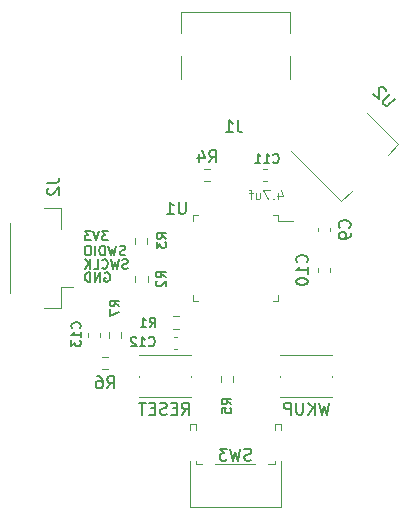
<source format=gbr>
%TF.GenerationSoftware,KiCad,Pcbnew,7.0.7*%
%TF.CreationDate,2023-10-08T00:42:53+08:00*%
%TF.ProjectId,RM_47mm,524d5f34-376d-46d2-9e6b-696361645f70,rev?*%
%TF.SameCoordinates,Original*%
%TF.FileFunction,Legend,Bot*%
%TF.FilePolarity,Positive*%
%FSLAX46Y46*%
G04 Gerber Fmt 4.6, Leading zero omitted, Abs format (unit mm)*
G04 Created by KiCad (PCBNEW 7.0.7) date 2023-10-08 00:42:53*
%MOMM*%
%LPD*%
G01*
G04 APERTURE LIST*
%ADD10C,0.150000*%
%ADD11C,0.140000*%
%ADD12C,0.100000*%
%ADD13C,0.120000*%
G04 APERTURE END LIST*
D10*
X138927255Y-101257390D02*
X139003445Y-101219295D01*
X139003445Y-101219295D02*
X139117731Y-101219295D01*
X139117731Y-101219295D02*
X139232017Y-101257390D01*
X139232017Y-101257390D02*
X139308207Y-101333580D01*
X139308207Y-101333580D02*
X139346302Y-101409771D01*
X139346302Y-101409771D02*
X139384398Y-101562152D01*
X139384398Y-101562152D02*
X139384398Y-101676438D01*
X139384398Y-101676438D02*
X139346302Y-101828819D01*
X139346302Y-101828819D02*
X139308207Y-101905009D01*
X139308207Y-101905009D02*
X139232017Y-101981200D01*
X139232017Y-101981200D02*
X139117731Y-102019295D01*
X139117731Y-102019295D02*
X139041540Y-102019295D01*
X139041540Y-102019295D02*
X138927255Y-101981200D01*
X138927255Y-101981200D02*
X138889159Y-101943104D01*
X138889159Y-101943104D02*
X138889159Y-101676438D01*
X138889159Y-101676438D02*
X139041540Y-101676438D01*
X138546302Y-102019295D02*
X138546302Y-101219295D01*
X138546302Y-101219295D02*
X138089159Y-102019295D01*
X138089159Y-102019295D02*
X138089159Y-101219295D01*
X137708207Y-102019295D02*
X137708207Y-101219295D01*
X137708207Y-101219295D02*
X137517731Y-101219295D01*
X137517731Y-101219295D02*
X137403445Y-101257390D01*
X137403445Y-101257390D02*
X137327255Y-101333580D01*
X137327255Y-101333580D02*
X137289160Y-101409771D01*
X137289160Y-101409771D02*
X137251064Y-101562152D01*
X137251064Y-101562152D02*
X137251064Y-101676438D01*
X137251064Y-101676438D02*
X137289160Y-101828819D01*
X137289160Y-101828819D02*
X137327255Y-101905009D01*
X137327255Y-101905009D02*
X137403445Y-101981200D01*
X137403445Y-101981200D02*
X137517731Y-102019295D01*
X137517731Y-102019295D02*
X137708207Y-102019295D01*
X139193922Y-97719295D02*
X138698684Y-97719295D01*
X138698684Y-97719295D02*
X138965350Y-98024057D01*
X138965350Y-98024057D02*
X138851065Y-98024057D01*
X138851065Y-98024057D02*
X138774874Y-98062152D01*
X138774874Y-98062152D02*
X138736779Y-98100247D01*
X138736779Y-98100247D02*
X138698684Y-98176438D01*
X138698684Y-98176438D02*
X138698684Y-98366914D01*
X138698684Y-98366914D02*
X138736779Y-98443104D01*
X138736779Y-98443104D02*
X138774874Y-98481200D01*
X138774874Y-98481200D02*
X138851065Y-98519295D01*
X138851065Y-98519295D02*
X139079636Y-98519295D01*
X139079636Y-98519295D02*
X139155827Y-98481200D01*
X139155827Y-98481200D02*
X139193922Y-98443104D01*
X138470112Y-97719295D02*
X138203445Y-98519295D01*
X138203445Y-98519295D02*
X137936779Y-97719295D01*
X137746303Y-97719295D02*
X137251065Y-97719295D01*
X137251065Y-97719295D02*
X137517731Y-98024057D01*
X137517731Y-98024057D02*
X137403446Y-98024057D01*
X137403446Y-98024057D02*
X137327255Y-98062152D01*
X137327255Y-98062152D02*
X137289160Y-98100247D01*
X137289160Y-98100247D02*
X137251065Y-98176438D01*
X137251065Y-98176438D02*
X137251065Y-98366914D01*
X137251065Y-98366914D02*
X137289160Y-98443104D01*
X137289160Y-98443104D02*
X137327255Y-98481200D01*
X137327255Y-98481200D02*
X137403446Y-98519295D01*
X137403446Y-98519295D02*
X137632017Y-98519295D01*
X137632017Y-98519295D02*
X137708208Y-98481200D01*
X137708208Y-98481200D02*
X137746303Y-98443104D01*
X140870113Y-100856200D02*
X140755827Y-100894295D01*
X140755827Y-100894295D02*
X140565351Y-100894295D01*
X140565351Y-100894295D02*
X140489160Y-100856200D01*
X140489160Y-100856200D02*
X140451065Y-100818104D01*
X140451065Y-100818104D02*
X140412970Y-100741914D01*
X140412970Y-100741914D02*
X140412970Y-100665723D01*
X140412970Y-100665723D02*
X140451065Y-100589533D01*
X140451065Y-100589533D02*
X140489160Y-100551438D01*
X140489160Y-100551438D02*
X140565351Y-100513342D01*
X140565351Y-100513342D02*
X140717732Y-100475247D01*
X140717732Y-100475247D02*
X140793922Y-100437152D01*
X140793922Y-100437152D02*
X140832017Y-100399057D01*
X140832017Y-100399057D02*
X140870113Y-100322866D01*
X140870113Y-100322866D02*
X140870113Y-100246676D01*
X140870113Y-100246676D02*
X140832017Y-100170485D01*
X140832017Y-100170485D02*
X140793922Y-100132390D01*
X140793922Y-100132390D02*
X140717732Y-100094295D01*
X140717732Y-100094295D02*
X140527255Y-100094295D01*
X140527255Y-100094295D02*
X140412970Y-100132390D01*
X140146303Y-100094295D02*
X139955827Y-100894295D01*
X139955827Y-100894295D02*
X139803446Y-100322866D01*
X139803446Y-100322866D02*
X139651065Y-100894295D01*
X139651065Y-100894295D02*
X139460589Y-100094295D01*
X138698683Y-100818104D02*
X138736779Y-100856200D01*
X138736779Y-100856200D02*
X138851064Y-100894295D01*
X138851064Y-100894295D02*
X138927255Y-100894295D01*
X138927255Y-100894295D02*
X139041541Y-100856200D01*
X139041541Y-100856200D02*
X139117731Y-100780009D01*
X139117731Y-100780009D02*
X139155826Y-100703819D01*
X139155826Y-100703819D02*
X139193922Y-100551438D01*
X139193922Y-100551438D02*
X139193922Y-100437152D01*
X139193922Y-100437152D02*
X139155826Y-100284771D01*
X139155826Y-100284771D02*
X139117731Y-100208580D01*
X139117731Y-100208580D02*
X139041541Y-100132390D01*
X139041541Y-100132390D02*
X138927255Y-100094295D01*
X138927255Y-100094295D02*
X138851064Y-100094295D01*
X138851064Y-100094295D02*
X138736779Y-100132390D01*
X138736779Y-100132390D02*
X138698683Y-100170485D01*
X137974874Y-100894295D02*
X138355826Y-100894295D01*
X138355826Y-100894295D02*
X138355826Y-100094295D01*
X137708207Y-100894295D02*
X137708207Y-100094295D01*
X137251064Y-100894295D02*
X137593922Y-100437152D01*
X137251064Y-100094295D02*
X137708207Y-100551438D01*
X140641541Y-99731200D02*
X140527255Y-99769295D01*
X140527255Y-99769295D02*
X140336779Y-99769295D01*
X140336779Y-99769295D02*
X140260588Y-99731200D01*
X140260588Y-99731200D02*
X140222493Y-99693104D01*
X140222493Y-99693104D02*
X140184398Y-99616914D01*
X140184398Y-99616914D02*
X140184398Y-99540723D01*
X140184398Y-99540723D02*
X140222493Y-99464533D01*
X140222493Y-99464533D02*
X140260588Y-99426438D01*
X140260588Y-99426438D02*
X140336779Y-99388342D01*
X140336779Y-99388342D02*
X140489160Y-99350247D01*
X140489160Y-99350247D02*
X140565350Y-99312152D01*
X140565350Y-99312152D02*
X140603445Y-99274057D01*
X140603445Y-99274057D02*
X140641541Y-99197866D01*
X140641541Y-99197866D02*
X140641541Y-99121676D01*
X140641541Y-99121676D02*
X140603445Y-99045485D01*
X140603445Y-99045485D02*
X140565350Y-99007390D01*
X140565350Y-99007390D02*
X140489160Y-98969295D01*
X140489160Y-98969295D02*
X140298683Y-98969295D01*
X140298683Y-98969295D02*
X140184398Y-99007390D01*
X139917731Y-98969295D02*
X139727255Y-99769295D01*
X139727255Y-99769295D02*
X139574874Y-99197866D01*
X139574874Y-99197866D02*
X139422493Y-99769295D01*
X139422493Y-99769295D02*
X139232017Y-98969295D01*
X138927254Y-99769295D02*
X138927254Y-98969295D01*
X138927254Y-98969295D02*
X138736778Y-98969295D01*
X138736778Y-98969295D02*
X138622492Y-99007390D01*
X138622492Y-99007390D02*
X138546302Y-99083580D01*
X138546302Y-99083580D02*
X138508207Y-99159771D01*
X138508207Y-99159771D02*
X138470111Y-99312152D01*
X138470111Y-99312152D02*
X138470111Y-99426438D01*
X138470111Y-99426438D02*
X138508207Y-99578819D01*
X138508207Y-99578819D02*
X138546302Y-99655009D01*
X138546302Y-99655009D02*
X138622492Y-99731200D01*
X138622492Y-99731200D02*
X138736778Y-99769295D01*
X138736778Y-99769295D02*
X138927254Y-99769295D01*
X138127254Y-99769295D02*
X138127254Y-98969295D01*
X137593921Y-98969295D02*
X137441540Y-98969295D01*
X137441540Y-98969295D02*
X137365350Y-99007390D01*
X137365350Y-99007390D02*
X137289159Y-99083580D01*
X137289159Y-99083580D02*
X137251064Y-99235961D01*
X137251064Y-99235961D02*
X137251064Y-99502628D01*
X137251064Y-99502628D02*
X137289159Y-99655009D01*
X137289159Y-99655009D02*
X137365350Y-99731200D01*
X137365350Y-99731200D02*
X137441540Y-99769295D01*
X137441540Y-99769295D02*
X137593921Y-99769295D01*
X137593921Y-99769295D02*
X137670112Y-99731200D01*
X137670112Y-99731200D02*
X137746302Y-99655009D01*
X137746302Y-99655009D02*
X137784398Y-99502628D01*
X137784398Y-99502628D02*
X137784398Y-99235961D01*
X137784398Y-99235961D02*
X137746302Y-99083580D01*
X137746302Y-99083580D02*
X137670112Y-99007390D01*
X137670112Y-99007390D02*
X137593921Y-98969295D01*
X163484249Y-86513246D02*
X162911829Y-87085666D01*
X162911829Y-87085666D02*
X162810814Y-87119338D01*
X162810814Y-87119338D02*
X162743470Y-87119338D01*
X162743470Y-87119338D02*
X162642455Y-87085666D01*
X162642455Y-87085666D02*
X162507768Y-86950979D01*
X162507768Y-86950979D02*
X162474096Y-86849964D01*
X162474096Y-86849964D02*
X162474096Y-86782620D01*
X162474096Y-86782620D02*
X162507768Y-86681605D01*
X162507768Y-86681605D02*
X163080188Y-86109185D01*
X162709798Y-85873483D02*
X162709798Y-85806140D01*
X162709798Y-85806140D02*
X162676127Y-85705124D01*
X162676127Y-85705124D02*
X162507768Y-85536766D01*
X162507768Y-85536766D02*
X162406753Y-85503094D01*
X162406753Y-85503094D02*
X162339409Y-85503094D01*
X162339409Y-85503094D02*
X162238394Y-85536766D01*
X162238394Y-85536766D02*
X162171050Y-85604109D01*
X162171050Y-85604109D02*
X162103707Y-85738796D01*
X162103707Y-85738796D02*
X162103707Y-86546918D01*
X162103707Y-86546918D02*
X161665974Y-86109185D01*
X150193333Y-88354819D02*
X150193333Y-89069104D01*
X150193333Y-89069104D02*
X150240952Y-89211961D01*
X150240952Y-89211961D02*
X150336190Y-89307200D01*
X150336190Y-89307200D02*
X150479047Y-89354819D01*
X150479047Y-89354819D02*
X150574285Y-89354819D01*
X149193333Y-89354819D02*
X149764761Y-89354819D01*
X149479047Y-89354819D02*
X149479047Y-88354819D01*
X149479047Y-88354819D02*
X149574285Y-88497676D01*
X149574285Y-88497676D02*
X149669523Y-88592914D01*
X149669523Y-88592914D02*
X149764761Y-88640533D01*
X134074819Y-93646666D02*
X134789104Y-93646666D01*
X134789104Y-93646666D02*
X134931961Y-93599047D01*
X134931961Y-93599047D02*
X135027200Y-93503809D01*
X135027200Y-93503809D02*
X135074819Y-93360952D01*
X135074819Y-93360952D02*
X135074819Y-93265714D01*
X134170057Y-94075238D02*
X134122438Y-94122857D01*
X134122438Y-94122857D02*
X134074819Y-94218095D01*
X134074819Y-94218095D02*
X134074819Y-94456190D01*
X134074819Y-94456190D02*
X134122438Y-94551428D01*
X134122438Y-94551428D02*
X134170057Y-94599047D01*
X134170057Y-94599047D02*
X134265295Y-94646666D01*
X134265295Y-94646666D02*
X134360533Y-94646666D01*
X134360533Y-94646666D02*
X134503390Y-94599047D01*
X134503390Y-94599047D02*
X135074819Y-94027619D01*
X135074819Y-94027619D02*
X135074819Y-94646666D01*
X144114031Y-98360610D02*
X143733078Y-98093943D01*
X144114031Y-97903467D02*
X143314031Y-97903467D01*
X143314031Y-97903467D02*
X143314031Y-98208229D01*
X143314031Y-98208229D02*
X143352126Y-98284419D01*
X143352126Y-98284419D02*
X143390221Y-98322514D01*
X143390221Y-98322514D02*
X143466412Y-98360610D01*
X143466412Y-98360610D02*
X143580697Y-98360610D01*
X143580697Y-98360610D02*
X143656888Y-98322514D01*
X143656888Y-98322514D02*
X143694983Y-98284419D01*
X143694983Y-98284419D02*
X143733078Y-98208229D01*
X143733078Y-98208229D02*
X143733078Y-97903467D01*
X143314031Y-98627276D02*
X143314031Y-99122514D01*
X143314031Y-99122514D02*
X143618793Y-98855848D01*
X143618793Y-98855848D02*
X143618793Y-98970133D01*
X143618793Y-98970133D02*
X143656888Y-99046324D01*
X143656888Y-99046324D02*
X143694983Y-99084419D01*
X143694983Y-99084419D02*
X143771174Y-99122514D01*
X143771174Y-99122514D02*
X143961650Y-99122514D01*
X143961650Y-99122514D02*
X144037840Y-99084419D01*
X144037840Y-99084419D02*
X144075936Y-99046324D01*
X144075936Y-99046324D02*
X144114031Y-98970133D01*
X144114031Y-98970133D02*
X144114031Y-98741562D01*
X144114031Y-98741562D02*
X144075936Y-98665371D01*
X144075936Y-98665371D02*
X144037840Y-98627276D01*
X140136609Y-104076242D02*
X139755656Y-103809575D01*
X140136609Y-103619099D02*
X139336609Y-103619099D01*
X139336609Y-103619099D02*
X139336609Y-103923861D01*
X139336609Y-103923861D02*
X139374704Y-104000051D01*
X139374704Y-104000051D02*
X139412799Y-104038146D01*
X139412799Y-104038146D02*
X139488990Y-104076242D01*
X139488990Y-104076242D02*
X139603275Y-104076242D01*
X139603275Y-104076242D02*
X139679466Y-104038146D01*
X139679466Y-104038146D02*
X139717561Y-104000051D01*
X139717561Y-104000051D02*
X139755656Y-103923861D01*
X139755656Y-103923861D02*
X139755656Y-103619099D01*
X139336609Y-104342908D02*
X139336609Y-104876242D01*
X139336609Y-104876242D02*
X140136609Y-104533384D01*
X147766666Y-91894819D02*
X148099999Y-91418628D01*
X148338094Y-91894819D02*
X148338094Y-90894819D01*
X148338094Y-90894819D02*
X147957142Y-90894819D01*
X147957142Y-90894819D02*
X147861904Y-90942438D01*
X147861904Y-90942438D02*
X147814285Y-90990057D01*
X147814285Y-90990057D02*
X147766666Y-91085295D01*
X147766666Y-91085295D02*
X147766666Y-91228152D01*
X147766666Y-91228152D02*
X147814285Y-91323390D01*
X147814285Y-91323390D02*
X147861904Y-91371009D01*
X147861904Y-91371009D02*
X147957142Y-91418628D01*
X147957142Y-91418628D02*
X148338094Y-91418628D01*
X146909523Y-91228152D02*
X146909523Y-91894819D01*
X147147618Y-90847200D02*
X147385713Y-91561485D01*
X147385713Y-91561485D02*
X146766666Y-91561485D01*
X145761904Y-95254819D02*
X145761904Y-96064342D01*
X145761904Y-96064342D02*
X145714285Y-96159580D01*
X145714285Y-96159580D02*
X145666666Y-96207200D01*
X145666666Y-96207200D02*
X145571428Y-96254819D01*
X145571428Y-96254819D02*
X145380952Y-96254819D01*
X145380952Y-96254819D02*
X145285714Y-96207200D01*
X145285714Y-96207200D02*
X145238095Y-96159580D01*
X145238095Y-96159580D02*
X145190476Y-96064342D01*
X145190476Y-96064342D02*
X145190476Y-95254819D01*
X144190476Y-96254819D02*
X144761904Y-96254819D01*
X144476190Y-96254819D02*
X144476190Y-95254819D01*
X144476190Y-95254819D02*
X144571428Y-95397676D01*
X144571428Y-95397676D02*
X144666666Y-95492914D01*
X144666666Y-95492914D02*
X144761904Y-95540533D01*
X157952380Y-112254819D02*
X157714285Y-113254819D01*
X157714285Y-113254819D02*
X157523809Y-112540533D01*
X157523809Y-112540533D02*
X157333333Y-113254819D01*
X157333333Y-113254819D02*
X157095238Y-112254819D01*
X156714285Y-113254819D02*
X156714285Y-112254819D01*
X156142857Y-113254819D02*
X156571428Y-112683390D01*
X156142857Y-112254819D02*
X156714285Y-112826247D01*
X155714285Y-112254819D02*
X155714285Y-113064342D01*
X155714285Y-113064342D02*
X155666666Y-113159580D01*
X155666666Y-113159580D02*
X155619047Y-113207200D01*
X155619047Y-113207200D02*
X155523809Y-113254819D01*
X155523809Y-113254819D02*
X155333333Y-113254819D01*
X155333333Y-113254819D02*
X155238095Y-113207200D01*
X155238095Y-113207200D02*
X155190476Y-113159580D01*
X155190476Y-113159580D02*
X155142857Y-113064342D01*
X155142857Y-113064342D02*
X155142857Y-112254819D01*
X154666666Y-113254819D02*
X154666666Y-112254819D01*
X154666666Y-112254819D02*
X154285714Y-112254819D01*
X154285714Y-112254819D02*
X154190476Y-112302438D01*
X154190476Y-112302438D02*
X154142857Y-112350057D01*
X154142857Y-112350057D02*
X154095238Y-112445295D01*
X154095238Y-112445295D02*
X154095238Y-112588152D01*
X154095238Y-112588152D02*
X154142857Y-112683390D01*
X154142857Y-112683390D02*
X154190476Y-112731009D01*
X154190476Y-112731009D02*
X154285714Y-112778628D01*
X154285714Y-112778628D02*
X154666666Y-112778628D01*
X159639580Y-97433333D02*
X159687200Y-97385714D01*
X159687200Y-97385714D02*
X159734819Y-97242857D01*
X159734819Y-97242857D02*
X159734819Y-97147619D01*
X159734819Y-97147619D02*
X159687200Y-97004762D01*
X159687200Y-97004762D02*
X159591961Y-96909524D01*
X159591961Y-96909524D02*
X159496723Y-96861905D01*
X159496723Y-96861905D02*
X159306247Y-96814286D01*
X159306247Y-96814286D02*
X159163390Y-96814286D01*
X159163390Y-96814286D02*
X158972914Y-96861905D01*
X158972914Y-96861905D02*
X158877676Y-96909524D01*
X158877676Y-96909524D02*
X158782438Y-97004762D01*
X158782438Y-97004762D02*
X158734819Y-97147619D01*
X158734819Y-97147619D02*
X158734819Y-97242857D01*
X158734819Y-97242857D02*
X158782438Y-97385714D01*
X158782438Y-97385714D02*
X158830057Y-97433333D01*
X159734819Y-97909524D02*
X159734819Y-98100000D01*
X159734819Y-98100000D02*
X159687200Y-98195238D01*
X159687200Y-98195238D02*
X159639580Y-98242857D01*
X159639580Y-98242857D02*
X159496723Y-98338095D01*
X159496723Y-98338095D02*
X159306247Y-98385714D01*
X159306247Y-98385714D02*
X158925295Y-98385714D01*
X158925295Y-98385714D02*
X158830057Y-98338095D01*
X158830057Y-98338095D02*
X158782438Y-98290476D01*
X158782438Y-98290476D02*
X158734819Y-98195238D01*
X158734819Y-98195238D02*
X158734819Y-98004762D01*
X158734819Y-98004762D02*
X158782438Y-97909524D01*
X158782438Y-97909524D02*
X158830057Y-97861905D01*
X158830057Y-97861905D02*
X158925295Y-97814286D01*
X158925295Y-97814286D02*
X159163390Y-97814286D01*
X159163390Y-97814286D02*
X159258628Y-97861905D01*
X159258628Y-97861905D02*
X159306247Y-97909524D01*
X159306247Y-97909524D02*
X159353866Y-98004762D01*
X159353866Y-98004762D02*
X159353866Y-98195238D01*
X159353866Y-98195238D02*
X159306247Y-98290476D01*
X159306247Y-98290476D02*
X159258628Y-98338095D01*
X159258628Y-98338095D02*
X159163390Y-98385714D01*
D11*
X153174252Y-91892116D02*
X153212348Y-91930212D01*
X153212348Y-91930212D02*
X153326633Y-91968307D01*
X153326633Y-91968307D02*
X153402824Y-91968307D01*
X153402824Y-91968307D02*
X153517110Y-91930212D01*
X153517110Y-91930212D02*
X153593300Y-91854021D01*
X153593300Y-91854021D02*
X153631395Y-91777831D01*
X153631395Y-91777831D02*
X153669491Y-91625450D01*
X153669491Y-91625450D02*
X153669491Y-91511164D01*
X153669491Y-91511164D02*
X153631395Y-91358783D01*
X153631395Y-91358783D02*
X153593300Y-91282592D01*
X153593300Y-91282592D02*
X153517110Y-91206402D01*
X153517110Y-91206402D02*
X153402824Y-91168307D01*
X153402824Y-91168307D02*
X153326633Y-91168307D01*
X153326633Y-91168307D02*
X153212348Y-91206402D01*
X153212348Y-91206402D02*
X153174252Y-91244497D01*
X152412348Y-91968307D02*
X152869491Y-91968307D01*
X152640919Y-91968307D02*
X152640919Y-91168307D01*
X152640919Y-91168307D02*
X152717110Y-91282592D01*
X152717110Y-91282592D02*
X152793300Y-91358783D01*
X152793300Y-91358783D02*
X152869491Y-91396878D01*
X151650443Y-91968307D02*
X152107586Y-91968307D01*
X151879014Y-91968307D02*
X151879014Y-91168307D01*
X151879014Y-91168307D02*
X151955205Y-91282592D01*
X151955205Y-91282592D02*
X152031395Y-91358783D01*
X152031395Y-91358783D02*
X152107586Y-91396878D01*
D12*
X153618080Y-94509780D02*
X153618080Y-95043114D01*
X153808556Y-94205019D02*
X153999033Y-94776447D01*
X153999033Y-94776447D02*
X153503794Y-94776447D01*
X153199032Y-94966923D02*
X153160937Y-95005019D01*
X153160937Y-95005019D02*
X153199032Y-95043114D01*
X153199032Y-95043114D02*
X153237128Y-95005019D01*
X153237128Y-95005019D02*
X153199032Y-94966923D01*
X153199032Y-94966923D02*
X153199032Y-95043114D01*
X152894271Y-94243114D02*
X152360937Y-94243114D01*
X152360937Y-94243114D02*
X152703795Y-95043114D01*
X151713318Y-94509780D02*
X151713318Y-95043114D01*
X152056175Y-94509780D02*
X152056175Y-94928828D01*
X152056175Y-94928828D02*
X152018080Y-95005019D01*
X152018080Y-95005019D02*
X151941890Y-95043114D01*
X151941890Y-95043114D02*
X151827604Y-95043114D01*
X151827604Y-95043114D02*
X151751413Y-95005019D01*
X151751413Y-95005019D02*
X151713318Y-94966923D01*
X151446651Y-94509780D02*
X151141889Y-94509780D01*
X151332365Y-95043114D02*
X151332365Y-94357399D01*
X151332365Y-94357399D02*
X151294270Y-94281209D01*
X151294270Y-94281209D02*
X151218080Y-94243114D01*
X151218080Y-94243114D02*
X151141889Y-94243114D01*
D10*
X142641693Y-107400730D02*
X142679789Y-107438826D01*
X142679789Y-107438826D02*
X142794074Y-107476921D01*
X142794074Y-107476921D02*
X142870265Y-107476921D01*
X142870265Y-107476921D02*
X142984551Y-107438826D01*
X142984551Y-107438826D02*
X143060741Y-107362635D01*
X143060741Y-107362635D02*
X143098836Y-107286445D01*
X143098836Y-107286445D02*
X143136932Y-107134064D01*
X143136932Y-107134064D02*
X143136932Y-107019778D01*
X143136932Y-107019778D02*
X143098836Y-106867397D01*
X143098836Y-106867397D02*
X143060741Y-106791206D01*
X143060741Y-106791206D02*
X142984551Y-106715016D01*
X142984551Y-106715016D02*
X142870265Y-106676921D01*
X142870265Y-106676921D02*
X142794074Y-106676921D01*
X142794074Y-106676921D02*
X142679789Y-106715016D01*
X142679789Y-106715016D02*
X142641693Y-106753111D01*
X141879789Y-107476921D02*
X142336932Y-107476921D01*
X142108360Y-107476921D02*
X142108360Y-106676921D01*
X142108360Y-106676921D02*
X142184551Y-106791206D01*
X142184551Y-106791206D02*
X142260741Y-106867397D01*
X142260741Y-106867397D02*
X142336932Y-106905492D01*
X141575027Y-106753111D02*
X141536931Y-106715016D01*
X141536931Y-106715016D02*
X141460741Y-106676921D01*
X141460741Y-106676921D02*
X141270265Y-106676921D01*
X141270265Y-106676921D02*
X141194074Y-106715016D01*
X141194074Y-106715016D02*
X141155979Y-106753111D01*
X141155979Y-106753111D02*
X141117884Y-106829302D01*
X141117884Y-106829302D02*
X141117884Y-106905492D01*
X141117884Y-106905492D02*
X141155979Y-107019778D01*
X141155979Y-107019778D02*
X141613122Y-107476921D01*
X141613122Y-107476921D02*
X141117884Y-107476921D01*
X136819199Y-105946673D02*
X136857295Y-105908577D01*
X136857295Y-105908577D02*
X136895390Y-105794292D01*
X136895390Y-105794292D02*
X136895390Y-105718101D01*
X136895390Y-105718101D02*
X136857295Y-105603815D01*
X136857295Y-105603815D02*
X136781104Y-105527625D01*
X136781104Y-105527625D02*
X136704914Y-105489530D01*
X136704914Y-105489530D02*
X136552533Y-105451434D01*
X136552533Y-105451434D02*
X136438247Y-105451434D01*
X136438247Y-105451434D02*
X136285866Y-105489530D01*
X136285866Y-105489530D02*
X136209675Y-105527625D01*
X136209675Y-105527625D02*
X136133485Y-105603815D01*
X136133485Y-105603815D02*
X136095390Y-105718101D01*
X136095390Y-105718101D02*
X136095390Y-105794292D01*
X136095390Y-105794292D02*
X136133485Y-105908577D01*
X136133485Y-105908577D02*
X136171580Y-105946673D01*
X136895390Y-106708577D02*
X136895390Y-106251434D01*
X136895390Y-106480006D02*
X136095390Y-106480006D01*
X136095390Y-106480006D02*
X136209675Y-106403815D01*
X136209675Y-106403815D02*
X136285866Y-106327625D01*
X136285866Y-106327625D02*
X136323961Y-106251434D01*
X136095390Y-106975244D02*
X136095390Y-107470482D01*
X136095390Y-107470482D02*
X136400152Y-107203816D01*
X136400152Y-107203816D02*
X136400152Y-107318101D01*
X136400152Y-107318101D02*
X136438247Y-107394292D01*
X136438247Y-107394292D02*
X136476342Y-107432387D01*
X136476342Y-107432387D02*
X136552533Y-107470482D01*
X136552533Y-107470482D02*
X136743009Y-107470482D01*
X136743009Y-107470482D02*
X136819199Y-107432387D01*
X136819199Y-107432387D02*
X136857295Y-107394292D01*
X136857295Y-107394292D02*
X136895390Y-107318101D01*
X136895390Y-107318101D02*
X136895390Y-107089530D01*
X136895390Y-107089530D02*
X136857295Y-107013339D01*
X136857295Y-107013339D02*
X136819199Y-106975244D01*
X139127887Y-111028565D02*
X139461220Y-110552374D01*
X139699315Y-111028565D02*
X139699315Y-110028565D01*
X139699315Y-110028565D02*
X139318363Y-110028565D01*
X139318363Y-110028565D02*
X139223125Y-110076184D01*
X139223125Y-110076184D02*
X139175506Y-110123803D01*
X139175506Y-110123803D02*
X139127887Y-110219041D01*
X139127887Y-110219041D02*
X139127887Y-110361898D01*
X139127887Y-110361898D02*
X139175506Y-110457136D01*
X139175506Y-110457136D02*
X139223125Y-110504755D01*
X139223125Y-110504755D02*
X139318363Y-110552374D01*
X139318363Y-110552374D02*
X139699315Y-110552374D01*
X138270744Y-110028565D02*
X138461220Y-110028565D01*
X138461220Y-110028565D02*
X138556458Y-110076184D01*
X138556458Y-110076184D02*
X138604077Y-110123803D01*
X138604077Y-110123803D02*
X138699315Y-110266660D01*
X138699315Y-110266660D02*
X138746934Y-110457136D01*
X138746934Y-110457136D02*
X138746934Y-110838088D01*
X138746934Y-110838088D02*
X138699315Y-110933326D01*
X138699315Y-110933326D02*
X138651696Y-110980946D01*
X138651696Y-110980946D02*
X138556458Y-111028565D01*
X138556458Y-111028565D02*
X138365982Y-111028565D01*
X138365982Y-111028565D02*
X138270744Y-110980946D01*
X138270744Y-110980946D02*
X138223125Y-110933326D01*
X138223125Y-110933326D02*
X138175506Y-110838088D01*
X138175506Y-110838088D02*
X138175506Y-110599993D01*
X138175506Y-110599993D02*
X138223125Y-110504755D01*
X138223125Y-110504755D02*
X138270744Y-110457136D01*
X138270744Y-110457136D02*
X138365982Y-110409517D01*
X138365982Y-110409517D02*
X138556458Y-110409517D01*
X138556458Y-110409517D02*
X138651696Y-110457136D01*
X138651696Y-110457136D02*
X138699315Y-110504755D01*
X138699315Y-110504755D02*
X138746934Y-110599993D01*
X144102168Y-101646885D02*
X143721215Y-101380218D01*
X144102168Y-101189742D02*
X143302168Y-101189742D01*
X143302168Y-101189742D02*
X143302168Y-101494504D01*
X143302168Y-101494504D02*
X143340263Y-101570694D01*
X143340263Y-101570694D02*
X143378358Y-101608789D01*
X143378358Y-101608789D02*
X143454549Y-101646885D01*
X143454549Y-101646885D02*
X143568834Y-101646885D01*
X143568834Y-101646885D02*
X143645025Y-101608789D01*
X143645025Y-101608789D02*
X143683120Y-101570694D01*
X143683120Y-101570694D02*
X143721215Y-101494504D01*
X143721215Y-101494504D02*
X143721215Y-101189742D01*
X143378358Y-101951646D02*
X143340263Y-101989742D01*
X143340263Y-101989742D02*
X143302168Y-102065932D01*
X143302168Y-102065932D02*
X143302168Y-102256408D01*
X143302168Y-102256408D02*
X143340263Y-102332599D01*
X143340263Y-102332599D02*
X143378358Y-102370694D01*
X143378358Y-102370694D02*
X143454549Y-102408789D01*
X143454549Y-102408789D02*
X143530739Y-102408789D01*
X143530739Y-102408789D02*
X143645025Y-102370694D01*
X143645025Y-102370694D02*
X144102168Y-101913551D01*
X144102168Y-101913551D02*
X144102168Y-102408789D01*
X149630088Y-112398411D02*
X149249135Y-112131744D01*
X149630088Y-111941268D02*
X148830088Y-111941268D01*
X148830088Y-111941268D02*
X148830088Y-112246030D01*
X148830088Y-112246030D02*
X148868183Y-112322220D01*
X148868183Y-112322220D02*
X148906278Y-112360315D01*
X148906278Y-112360315D02*
X148982469Y-112398411D01*
X148982469Y-112398411D02*
X149096754Y-112398411D01*
X149096754Y-112398411D02*
X149172945Y-112360315D01*
X149172945Y-112360315D02*
X149211040Y-112322220D01*
X149211040Y-112322220D02*
X149249135Y-112246030D01*
X149249135Y-112246030D02*
X149249135Y-111941268D01*
X148830088Y-113122220D02*
X148830088Y-112741268D01*
X148830088Y-112741268D02*
X149211040Y-112703172D01*
X149211040Y-112703172D02*
X149172945Y-112741268D01*
X149172945Y-112741268D02*
X149134850Y-112817458D01*
X149134850Y-112817458D02*
X149134850Y-113007934D01*
X149134850Y-113007934D02*
X149172945Y-113084125D01*
X149172945Y-113084125D02*
X149211040Y-113122220D01*
X149211040Y-113122220D02*
X149287231Y-113160315D01*
X149287231Y-113160315D02*
X149477707Y-113160315D01*
X149477707Y-113160315D02*
X149553897Y-113122220D01*
X149553897Y-113122220D02*
X149591993Y-113084125D01*
X149591993Y-113084125D02*
X149630088Y-113007934D01*
X149630088Y-113007934D02*
X149630088Y-112817458D01*
X149630088Y-112817458D02*
X149591993Y-112741268D01*
X149591993Y-112741268D02*
X149553897Y-112703172D01*
X142735710Y-105844698D02*
X143002377Y-105463745D01*
X143192853Y-105844698D02*
X143192853Y-105044698D01*
X143192853Y-105044698D02*
X142888091Y-105044698D01*
X142888091Y-105044698D02*
X142811901Y-105082793D01*
X142811901Y-105082793D02*
X142773806Y-105120888D01*
X142773806Y-105120888D02*
X142735710Y-105197079D01*
X142735710Y-105197079D02*
X142735710Y-105311364D01*
X142735710Y-105311364D02*
X142773806Y-105387555D01*
X142773806Y-105387555D02*
X142811901Y-105425650D01*
X142811901Y-105425650D02*
X142888091Y-105463745D01*
X142888091Y-105463745D02*
X143192853Y-105463745D01*
X141973806Y-105844698D02*
X142430949Y-105844698D01*
X142202377Y-105844698D02*
X142202377Y-105044698D01*
X142202377Y-105044698D02*
X142278568Y-105158983D01*
X142278568Y-105158983D02*
X142354758Y-105235174D01*
X142354758Y-105235174D02*
X142430949Y-105273269D01*
X151316241Y-117101352D02*
X151173384Y-117148971D01*
X151173384Y-117148971D02*
X150935289Y-117148971D01*
X150935289Y-117148971D02*
X150840051Y-117101352D01*
X150840051Y-117101352D02*
X150792432Y-117053732D01*
X150792432Y-117053732D02*
X150744813Y-116958494D01*
X150744813Y-116958494D02*
X150744813Y-116863256D01*
X150744813Y-116863256D02*
X150792432Y-116768018D01*
X150792432Y-116768018D02*
X150840051Y-116720399D01*
X150840051Y-116720399D02*
X150935289Y-116672780D01*
X150935289Y-116672780D02*
X151125765Y-116625161D01*
X151125765Y-116625161D02*
X151221003Y-116577542D01*
X151221003Y-116577542D02*
X151268622Y-116529923D01*
X151268622Y-116529923D02*
X151316241Y-116434685D01*
X151316241Y-116434685D02*
X151316241Y-116339447D01*
X151316241Y-116339447D02*
X151268622Y-116244209D01*
X151268622Y-116244209D02*
X151221003Y-116196590D01*
X151221003Y-116196590D02*
X151125765Y-116148971D01*
X151125765Y-116148971D02*
X150887670Y-116148971D01*
X150887670Y-116148971D02*
X150744813Y-116196590D01*
X150411479Y-116148971D02*
X150173384Y-117148971D01*
X150173384Y-117148971D02*
X149982908Y-116434685D01*
X149982908Y-116434685D02*
X149792432Y-117148971D01*
X149792432Y-117148971D02*
X149554337Y-116148971D01*
X149268622Y-116148971D02*
X148649575Y-116148971D01*
X148649575Y-116148971D02*
X148982908Y-116529923D01*
X148982908Y-116529923D02*
X148840051Y-116529923D01*
X148840051Y-116529923D02*
X148744813Y-116577542D01*
X148744813Y-116577542D02*
X148697194Y-116625161D01*
X148697194Y-116625161D02*
X148649575Y-116720399D01*
X148649575Y-116720399D02*
X148649575Y-116958494D01*
X148649575Y-116958494D02*
X148697194Y-117053732D01*
X148697194Y-117053732D02*
X148744813Y-117101352D01*
X148744813Y-117101352D02*
X148840051Y-117148971D01*
X148840051Y-117148971D02*
X149125765Y-117148971D01*
X149125765Y-117148971D02*
X149221003Y-117101352D01*
X149221003Y-117101352D02*
X149268622Y-117053732D01*
X156034279Y-100375007D02*
X156081899Y-100327388D01*
X156081899Y-100327388D02*
X156129518Y-100184531D01*
X156129518Y-100184531D02*
X156129518Y-100089293D01*
X156129518Y-100089293D02*
X156081899Y-99946436D01*
X156081899Y-99946436D02*
X155986660Y-99851198D01*
X155986660Y-99851198D02*
X155891422Y-99803579D01*
X155891422Y-99803579D02*
X155700946Y-99755960D01*
X155700946Y-99755960D02*
X155558089Y-99755960D01*
X155558089Y-99755960D02*
X155367613Y-99803579D01*
X155367613Y-99803579D02*
X155272375Y-99851198D01*
X155272375Y-99851198D02*
X155177137Y-99946436D01*
X155177137Y-99946436D02*
X155129518Y-100089293D01*
X155129518Y-100089293D02*
X155129518Y-100184531D01*
X155129518Y-100184531D02*
X155177137Y-100327388D01*
X155177137Y-100327388D02*
X155224756Y-100375007D01*
X156129518Y-101327388D02*
X156129518Y-100755960D01*
X156129518Y-101041674D02*
X155129518Y-101041674D01*
X155129518Y-101041674D02*
X155272375Y-100946436D01*
X155272375Y-100946436D02*
X155367613Y-100851198D01*
X155367613Y-100851198D02*
X155415232Y-100755960D01*
X155129518Y-101946436D02*
X155129518Y-102041674D01*
X155129518Y-102041674D02*
X155177137Y-102136912D01*
X155177137Y-102136912D02*
X155224756Y-102184531D01*
X155224756Y-102184531D02*
X155319994Y-102232150D01*
X155319994Y-102232150D02*
X155510470Y-102279769D01*
X155510470Y-102279769D02*
X155748565Y-102279769D01*
X155748565Y-102279769D02*
X155939041Y-102232150D01*
X155939041Y-102232150D02*
X156034279Y-102184531D01*
X156034279Y-102184531D02*
X156081899Y-102136912D01*
X156081899Y-102136912D02*
X156129518Y-102041674D01*
X156129518Y-102041674D02*
X156129518Y-101946436D01*
X156129518Y-101946436D02*
X156081899Y-101851198D01*
X156081899Y-101851198D02*
X156034279Y-101803579D01*
X156034279Y-101803579D02*
X155939041Y-101755960D01*
X155939041Y-101755960D02*
X155748565Y-101708341D01*
X155748565Y-101708341D02*
X155510470Y-101708341D01*
X155510470Y-101708341D02*
X155319994Y-101755960D01*
X155319994Y-101755960D02*
X155224756Y-101803579D01*
X155224756Y-101803579D02*
X155177137Y-101851198D01*
X155177137Y-101851198D02*
X155129518Y-101946436D01*
X145452381Y-113254819D02*
X145785714Y-112778628D01*
X146023809Y-113254819D02*
X146023809Y-112254819D01*
X146023809Y-112254819D02*
X145642857Y-112254819D01*
X145642857Y-112254819D02*
X145547619Y-112302438D01*
X145547619Y-112302438D02*
X145500000Y-112350057D01*
X145500000Y-112350057D02*
X145452381Y-112445295D01*
X145452381Y-112445295D02*
X145452381Y-112588152D01*
X145452381Y-112588152D02*
X145500000Y-112683390D01*
X145500000Y-112683390D02*
X145547619Y-112731009D01*
X145547619Y-112731009D02*
X145642857Y-112778628D01*
X145642857Y-112778628D02*
X146023809Y-112778628D01*
X145023809Y-112731009D02*
X144690476Y-112731009D01*
X144547619Y-113254819D02*
X145023809Y-113254819D01*
X145023809Y-113254819D02*
X145023809Y-112254819D01*
X145023809Y-112254819D02*
X144547619Y-112254819D01*
X144166666Y-113207200D02*
X144023809Y-113254819D01*
X144023809Y-113254819D02*
X143785714Y-113254819D01*
X143785714Y-113254819D02*
X143690476Y-113207200D01*
X143690476Y-113207200D02*
X143642857Y-113159580D01*
X143642857Y-113159580D02*
X143595238Y-113064342D01*
X143595238Y-113064342D02*
X143595238Y-112969104D01*
X143595238Y-112969104D02*
X143642857Y-112873866D01*
X143642857Y-112873866D02*
X143690476Y-112826247D01*
X143690476Y-112826247D02*
X143785714Y-112778628D01*
X143785714Y-112778628D02*
X143976190Y-112731009D01*
X143976190Y-112731009D02*
X144071428Y-112683390D01*
X144071428Y-112683390D02*
X144119047Y-112635771D01*
X144119047Y-112635771D02*
X144166666Y-112540533D01*
X144166666Y-112540533D02*
X144166666Y-112445295D01*
X144166666Y-112445295D02*
X144119047Y-112350057D01*
X144119047Y-112350057D02*
X144071428Y-112302438D01*
X144071428Y-112302438D02*
X143976190Y-112254819D01*
X143976190Y-112254819D02*
X143738095Y-112254819D01*
X143738095Y-112254819D02*
X143595238Y-112302438D01*
X143166666Y-112731009D02*
X142833333Y-112731009D01*
X142690476Y-113254819D02*
X143166666Y-113254819D01*
X143166666Y-113254819D02*
X143166666Y-112254819D01*
X143166666Y-112254819D02*
X142690476Y-112254819D01*
X142404761Y-112254819D02*
X141833333Y-112254819D01*
X142119047Y-113254819D02*
X142119047Y-112254819D01*
D13*
%TO.C,U2*%
X154709628Y-90952096D02*
X158959340Y-95201808D01*
X161123087Y-87720618D02*
X163781808Y-90379340D01*
X163781808Y-90379340D02*
X162890854Y-91270294D01*
X158959340Y-95201808D02*
X159850294Y-94310854D01*
%TO.C,J1*%
X154580000Y-79215000D02*
X145420000Y-79215000D01*
X145420000Y-79215000D02*
X145420000Y-80920000D01*
X154580000Y-80920000D02*
X154580000Y-79215000D01*
X145420000Y-84850000D02*
X145420000Y-82930000D01*
X154580000Y-82930000D02*
X154580000Y-84850000D01*
%TO.C,J2*%
X133760000Y-104235000D02*
X135210000Y-104235000D01*
X135210000Y-104235000D02*
X135210000Y-102435000D01*
X130940000Y-102965000D02*
X130940000Y-97035000D01*
X135210000Y-102435000D02*
X136200000Y-102435000D01*
X133760000Y-95765000D02*
X135210000Y-95765000D01*
X135210000Y-95765000D02*
X135210000Y-97565000D01*
%TO.C,R3*%
X141495627Y-98792828D02*
X141495627Y-98318312D01*
X142540627Y-98792828D02*
X142540627Y-98318312D01*
%TO.C,R7*%
X139260788Y-106748966D02*
X139260788Y-106274450D01*
X140305788Y-106748966D02*
X140305788Y-106274450D01*
%TO.C,R4*%
X147362742Y-92477500D02*
X147837258Y-92477500D01*
X147362742Y-93522500D02*
X147837258Y-93522500D01*
%TO.C,U1*%
X153610000Y-103610000D02*
X153610000Y-103160000D01*
X153610000Y-96840000D02*
X154900000Y-96840000D01*
X153610000Y-96390000D02*
X153610000Y-96840000D01*
X153160000Y-103610000D02*
X153610000Y-103610000D01*
X153160000Y-96390000D02*
X153610000Y-96390000D01*
X146840000Y-103610000D02*
X146390000Y-103610000D01*
X146840000Y-96390000D02*
X146390000Y-96390000D01*
X146390000Y-103610000D02*
X146390000Y-103160000D01*
X146390000Y-96390000D02*
X146390000Y-96840000D01*
%TO.C,SW2*%
X158200000Y-111750000D02*
X153800000Y-111750000D01*
X158200000Y-110050000D02*
X158200000Y-109950000D01*
X153800000Y-110050000D02*
X153800000Y-109950000D01*
X153800000Y-108250000D02*
X158200000Y-108250000D01*
%TO.C,C9*%
X157990000Y-97439420D02*
X157990000Y-97720580D01*
X156970000Y-97439420D02*
X156970000Y-97720580D01*
%TO.C,C11*%
X152640580Y-93510000D02*
X152359420Y-93510000D01*
X152640580Y-92490000D02*
X152359420Y-92490000D01*
%TO.C,C12*%
X145071117Y-107682023D02*
X144789957Y-107682023D01*
X145071117Y-106662023D02*
X144789957Y-106662023D01*
%TO.C,C13*%
X137529859Y-106655078D02*
X137529859Y-106373918D01*
X138549859Y-106655078D02*
X138549859Y-106373918D01*
%TO.C,R6*%
X138716765Y-108360215D02*
X139191281Y-108360215D01*
X138716765Y-109405215D02*
X139191281Y-109405215D01*
%TO.C,R2*%
X141499226Y-101563097D02*
X141499226Y-102037613D01*
X142544226Y-101563097D02*
X142544226Y-102037613D01*
%TO.C,R5*%
X149781180Y-109986227D02*
X149781180Y-110460743D01*
X148736180Y-109986227D02*
X148736180Y-110460743D01*
%TO.C,R1*%
X145171084Y-105988761D02*
X144696568Y-105988761D01*
X145171084Y-104943761D02*
X144696568Y-104943761D01*
%TO.C,SW3*%
X146122909Y-114064152D02*
X146642909Y-114064152D01*
X146122909Y-114574152D02*
X146122909Y-114064152D01*
X146122909Y-121074152D02*
X146122909Y-117174152D01*
X146122909Y-121074152D02*
X153842909Y-121074152D01*
X146642909Y-114574152D02*
X146642909Y-114064152D01*
X146642909Y-117404152D02*
X146642909Y-117174152D01*
X146642909Y-117404152D02*
X147182909Y-117404152D01*
X148282909Y-117404152D02*
X151682909Y-117404152D01*
X152782909Y-117404152D02*
X153322909Y-117404152D01*
X153322909Y-114064152D02*
X153842909Y-114064152D01*
X153322909Y-114574152D02*
X153322909Y-114064152D01*
X153322909Y-117404152D02*
X153322909Y-117174152D01*
X153842909Y-114574152D02*
X153842909Y-114064152D01*
X153842909Y-121074152D02*
X153842909Y-117174152D01*
%TO.C,C10*%
X156964699Y-101158445D02*
X156964699Y-100877285D01*
X157984699Y-101158445D02*
X157984699Y-100877285D01*
%TO.C,SW1*%
X146200000Y-111750000D02*
X141800000Y-111750000D01*
X146200000Y-110050000D02*
X146200000Y-109950000D01*
X141800000Y-110050000D02*
X141800000Y-109950000D01*
X141800000Y-108250000D02*
X146200000Y-108250000D01*
%TD*%
M02*

</source>
